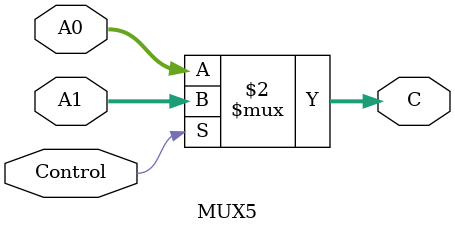
<source format=v>
`timescale 100fs/100fs

module MUX5(A0,A1,C,Control);

// input & output
input [4:0] A0,A1;
output [4:0] C;
input Control;

assign C = (Control == 0) ? (A0) : (A1);

endmodule
</source>
